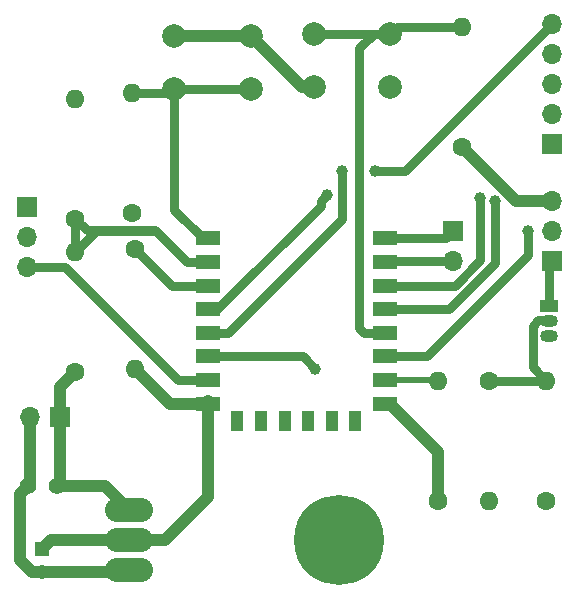
<source format=gbr>
G04 #@! TF.GenerationSoftware,KiCad,Pcbnew,(5.0.1-3-g963ef8bb5)*
G04 #@! TF.CreationDate,2020-03-03T22:19:25-05:00*
G04 #@! TF.ProjectId,NeuMaE,4E65754D61452E6B696361645F706362,rev?*
G04 #@! TF.SameCoordinates,Original*
G04 #@! TF.FileFunction,Copper,L1,Top,Signal*
G04 #@! TF.FilePolarity,Positive*
%FSLAX46Y46*%
G04 Gerber Fmt 4.6, Leading zero omitted, Abs format (unit mm)*
G04 Created by KiCad (PCBNEW (5.0.1-3-g963ef8bb5)) date Tuesday, 03 March 2020 at 22:19:25*
%MOMM*%
%LPD*%
G01*
G04 APERTURE LIST*
G04 #@! TA.AperFunction,ComponentPad*
%ADD10O,4.064000X2.032000*%
G04 #@! TD*
G04 #@! TA.AperFunction,ComponentPad*
%ADD11C,7.620000*%
G04 #@! TD*
G04 #@! TA.AperFunction,ComponentPad*
%ADD12C,2.000000*%
G04 #@! TD*
G04 #@! TA.AperFunction,ComponentPad*
%ADD13C,1.400000*%
G04 #@! TD*
G04 #@! TA.AperFunction,ComponentPad*
%ADD14R,1.200000X1.200000*%
G04 #@! TD*
G04 #@! TA.AperFunction,ComponentPad*
%ADD15C,1.200000*%
G04 #@! TD*
G04 #@! TA.AperFunction,ComponentPad*
%ADD16R,1.700000X1.700000*%
G04 #@! TD*
G04 #@! TA.AperFunction,ComponentPad*
%ADD17O,1.700000X1.700000*%
G04 #@! TD*
G04 #@! TA.AperFunction,ComponentPad*
%ADD18O,1.500000X1.050000*%
G04 #@! TD*
G04 #@! TA.AperFunction,ComponentPad*
%ADD19R,1.500000X1.050000*%
G04 #@! TD*
G04 #@! TA.AperFunction,ComponentPad*
%ADD20C,1.600000*%
G04 #@! TD*
G04 #@! TA.AperFunction,ComponentPad*
%ADD21O,1.600000X1.600000*%
G04 #@! TD*
G04 #@! TA.AperFunction,SMDPad,CuDef*
%ADD22R,1.100000X1.700000*%
G04 #@! TD*
G04 #@! TA.AperFunction,SMDPad,CuDef*
%ADD23R,2.000000X1.200000*%
G04 #@! TD*
G04 #@! TA.AperFunction,ViaPad*
%ADD24C,1.000000*%
G04 #@! TD*
G04 #@! TA.AperFunction,Conductor*
%ADD25C,0.500000*%
G04 #@! TD*
G04 #@! TA.AperFunction,Conductor*
%ADD26C,0.750000*%
G04 #@! TD*
G04 #@! TA.AperFunction,Conductor*
%ADD27C,1.000000*%
G04 #@! TD*
G04 APERTURE END LIST*
D10*
G04 #@! TO.P,U1,1*
G04 #@! TO.N,VCC*
X54102000Y-57150000D03*
G04 #@! TO.P,U1,3*
G04 #@! TO.N,+3V3*
X54102000Y-59690000D03*
G04 #@! TO.P,U1,2*
G04 #@! TO.N,GND*
X54102000Y-62230000D03*
D11*
G04 #@! TO.P,U1,HEAT*
G04 #@! TO.N,Net-(U1-PadHEAT)*
X71882000Y-59690000D03*
G04 #@! TD*
D12*
G04 #@! TO.P,SW1,1*
G04 #@! TO.N,GND*
X69700000Y-21336000D03*
G04 #@! TO.P,SW1,2*
G04 #@! TO.N,Net-(R4-Pad2)*
X69700000Y-16836000D03*
G04 #@! TO.P,SW1,1*
G04 #@! TO.N,GND*
X76200000Y-21336000D03*
G04 #@! TO.P,SW1,2*
G04 #@! TO.N,Net-(R4-Pad2)*
X76200000Y-16836000D03*
G04 #@! TD*
D13*
G04 #@! TO.P,C1,1*
G04 #@! TO.N,VCC*
X48006000Y-55118000D03*
G04 #@! TO.P,C1,2*
G04 #@! TO.N,GND*
X45506000Y-55118000D03*
G04 #@! TD*
D14*
G04 #@! TO.P,C2,1*
G04 #@! TO.N,+3V3*
X46736000Y-60452000D03*
D15*
G04 #@! TO.P,C2,2*
G04 #@! TO.N,GND*
X46736000Y-62452000D03*
G04 #@! TD*
D16*
G04 #@! TO.P,J1,1*
G04 #@! TO.N,Net-(J1-Pad1)*
X89916000Y-36068000D03*
D17*
G04 #@! TO.P,J1,2*
G04 #@! TO.N,Net-(J1-Pad2)*
X89916000Y-33528000D03*
G04 #@! TO.P,J1,3*
G04 #@! TO.N,+3V3*
X89916000Y-30988000D03*
G04 #@! TD*
D16*
G04 #@! TO.P,J2,1*
G04 #@! TO.N,Net-(J2-Pad1)*
X81534000Y-33528000D03*
D17*
G04 #@! TO.P,J2,2*
G04 #@! TO.N,/RXD*
X81534000Y-36068000D03*
G04 #@! TD*
G04 #@! TO.P,J3,3*
G04 #@! TO.N,Net-(J3-Pad3)*
X45466000Y-36576000D03*
G04 #@! TO.P,J3,2*
G04 #@! TO.N,Net-(J3-Pad2)*
X45466000Y-34036000D03*
D16*
G04 #@! TO.P,J3,1*
G04 #@! TO.N,GND*
X45466000Y-31496000D03*
G04 #@! TD*
D17*
G04 #@! TO.P,J4,2*
G04 #@! TO.N,GND*
X45720000Y-49276000D03*
D16*
G04 #@! TO.P,J4,1*
G04 #@! TO.N,VCC*
X48260000Y-49276000D03*
G04 #@! TD*
D18*
G04 #@! TO.P,Q1,2*
G04 #@! TO.N,Net-(Q1-Pad2)*
X89662000Y-41148000D03*
G04 #@! TO.P,Q1,3*
G04 #@! TO.N,GND*
X89662000Y-42418000D03*
D19*
G04 #@! TO.P,Q1,1*
G04 #@! TO.N,Net-(J1-Pad1)*
X89662000Y-39878000D03*
G04 #@! TD*
D20*
G04 #@! TO.P,R1,1*
G04 #@! TO.N,Net-(R1-Pad1)*
X54610000Y-35052000D03*
D21*
G04 #@! TO.P,R1,2*
G04 #@! TO.N,+3V3*
X54610000Y-45212000D03*
G04 #@! TD*
G04 #@! TO.P,R2,2*
G04 #@! TO.N,Net-(Q1-Pad2)*
X89408000Y-46228000D03*
D20*
G04 #@! TO.P,R2,1*
G04 #@! TO.N,/MOTOR*
X89408000Y-56388000D03*
G04 #@! TD*
G04 #@! TO.P,R3,1*
G04 #@! TO.N,Net-(Q1-Pad2)*
X84582000Y-46228000D03*
D21*
G04 #@! TO.P,R3,2*
G04 #@! TO.N,GND*
X84582000Y-56388000D03*
G04 #@! TD*
G04 #@! TO.P,R4,2*
G04 #@! TO.N,Net-(R4-Pad2)*
X82296000Y-16256000D03*
D20*
G04 #@! TO.P,R4,1*
G04 #@! TO.N,+3V3*
X82296000Y-26416000D03*
G04 #@! TD*
G04 #@! TO.P,R5,1*
G04 #@! TO.N,+3V3*
X54356000Y-32004000D03*
D21*
G04 #@! TO.P,R5,2*
G04 #@! TO.N,Net-(R5-Pad2)*
X54356000Y-21844000D03*
G04 #@! TD*
G04 #@! TO.P,R6,2*
G04 #@! TO.N,Net-(R6-Pad2)*
X80264000Y-46228000D03*
D20*
G04 #@! TO.P,R6,1*
G04 #@! TO.N,GND*
X80264000Y-56388000D03*
G04 #@! TD*
D12*
G04 #@! TO.P,SW2,2*
G04 #@! TO.N,Net-(R5-Pad2)*
X57912000Y-21518000D03*
G04 #@! TO.P,SW2,1*
G04 #@! TO.N,GND*
X57912000Y-17018000D03*
G04 #@! TO.P,SW2,2*
G04 #@! TO.N,Net-(R5-Pad2)*
X64412000Y-21518000D03*
G04 #@! TO.P,SW2,1*
G04 #@! TO.N,GND*
X64412000Y-17018000D03*
G04 #@! TD*
D22*
G04 #@! TO.P,U2,14*
G04 #@! TO.N,Net-(U2-Pad14)*
X73237501Y-49675001D03*
G04 #@! TO.P,U2,13*
G04 #@! TO.N,Net-(U2-Pad13)*
X71237501Y-49675001D03*
G04 #@! TO.P,U2,12*
G04 #@! TO.N,Net-(U2-Pad12)*
X69237501Y-49675001D03*
G04 #@! TO.P,U2,11*
G04 #@! TO.N,Net-(U2-Pad11)*
X67237501Y-49675001D03*
G04 #@! TO.P,U2,10*
G04 #@! TO.N,Net-(U2-Pad10)*
X65237501Y-49675001D03*
G04 #@! TO.P,U2,9*
G04 #@! TO.N,Net-(U2-Pad9)*
X63237501Y-49675001D03*
D23*
G04 #@! TO.P,U2,22*
G04 #@! TO.N,Net-(J2-Pad1)*
X75737501Y-34175001D03*
G04 #@! TO.P,U2,21*
G04 #@! TO.N,/RXD*
X75737501Y-36175001D03*
G04 #@! TO.P,U2,20*
G04 #@! TO.N,Net-(J5-Pad3)*
X75737501Y-38175001D03*
G04 #@! TO.P,U2,19*
G04 #@! TO.N,Net-(J5-Pad2)*
X75737501Y-40175001D03*
G04 #@! TO.P,U2,18*
G04 #@! TO.N,Net-(R4-Pad2)*
X75737501Y-42175001D03*
G04 #@! TO.P,U2,17*
G04 #@! TO.N,Net-(J5-Pad1)*
X75737501Y-44175001D03*
G04 #@! TO.P,U2,16*
G04 #@! TO.N,Net-(R6-Pad2)*
X75737501Y-46175001D03*
G04 #@! TO.P,U2,15*
G04 #@! TO.N,GND*
X75737501Y-48175001D03*
G04 #@! TO.P,U2,8*
G04 #@! TO.N,+3V3*
X60737501Y-48175001D03*
G04 #@! TO.P,U2,7*
G04 #@! TO.N,Net-(J3-Pad3)*
X60737501Y-46175001D03*
G04 #@! TO.P,U2,6*
G04 #@! TO.N,/MOTOR*
X60737501Y-44175001D03*
G04 #@! TO.P,U2,5*
G04 #@! TO.N,/PIN5*
X60737501Y-42175001D03*
G04 #@! TO.P,U2,4*
G04 #@! TO.N,/PIN4*
X60737501Y-40175001D03*
G04 #@! TO.P,U2,3*
G04 #@! TO.N,Net-(R1-Pad1)*
X60737501Y-38175001D03*
G04 #@! TO.P,U2,2*
G04 #@! TO.N,/ADC*
X60737501Y-36175001D03*
G04 #@! TO.P,U2,1*
G04 #@! TO.N,Net-(R5-Pad2)*
X60737501Y-34175001D03*
G04 #@! TD*
D20*
G04 #@! TO.P,R7,1*
G04 #@! TO.N,VCC*
X49530000Y-45466000D03*
D21*
G04 #@! TO.P,R7,2*
G04 #@! TO.N,/ADC*
X49530000Y-35306000D03*
G04 #@! TD*
G04 #@! TO.P,R8,2*
G04 #@! TO.N,GND*
X49530000Y-22352000D03*
D20*
G04 #@! TO.P,R8,1*
G04 #@! TO.N,/ADC*
X49530000Y-32512000D03*
G04 #@! TD*
D16*
G04 #@! TO.P,J5,1*
G04 #@! TO.N,Net-(J5-Pad1)*
X89916000Y-26162000D03*
D17*
G04 #@! TO.P,J5,2*
G04 #@! TO.N,Net-(J5-Pad2)*
X89916000Y-23622000D03*
G04 #@! TO.P,J5,3*
G04 #@! TO.N,Net-(J5-Pad3)*
X89916000Y-21082000D03*
G04 #@! TO.P,J5,4*
G04 #@! TO.N,/PIN4*
X89916000Y-18542000D03*
G04 #@! TO.P,J5,5*
G04 #@! TO.N,/PIN5*
X89916000Y-16002000D03*
G04 #@! TD*
D24*
G04 #@! TO.N,/MOTOR*
X69850000Y-45212000D03*
G04 #@! TO.N,Net-(J5-Pad1)*
X87884000Y-33528000D03*
G04 #@! TO.N,Net-(J5-Pad2)*
X85083092Y-31041570D03*
G04 #@! TO.N,Net-(J5-Pad3)*
X83820000Y-30734000D03*
G04 #@! TO.N,/PIN4*
X70832502Y-30480000D03*
X70832502Y-30480000D03*
G04 #@! TO.N,/PIN5*
X72136000Y-28448000D03*
X74930000Y-28448000D03*
G04 #@! TD*
D25*
G04 #@! TO.N,Net-(Q1-Pad2)*
X89995872Y-41148000D02*
X89662000Y-41148000D01*
D26*
X89408000Y-46228000D02*
X88236990Y-45056990D01*
X84582000Y-46228000D02*
X89408000Y-46228000D01*
X88236990Y-41557010D02*
X88715999Y-41078001D01*
X88236990Y-45056990D02*
X88236990Y-41557010D01*
X89592001Y-41078001D02*
X89662000Y-41148000D01*
X88715999Y-41078001D02*
X89592001Y-41078001D01*
D25*
G04 #@! TO.N,GND*
X45506000Y-49490000D02*
X45720000Y-49276000D01*
D27*
X45720000Y-54904000D02*
X45506000Y-55118000D01*
X45720000Y-49276000D02*
X45720000Y-54904000D01*
X53880000Y-62452000D02*
X54102000Y-62230000D01*
X46736000Y-62452000D02*
X53880000Y-62452000D01*
X76137501Y-48175001D02*
X75737501Y-48175001D01*
X80264000Y-52301500D02*
X76137501Y-48175001D01*
X80264000Y-56388000D02*
X80264000Y-52301500D01*
X68730000Y-21336000D02*
X64412000Y-17018000D01*
X69700000Y-21336000D02*
X68730000Y-21336000D01*
X64412000Y-17018000D02*
X57912000Y-17018000D01*
X44806001Y-55817999D02*
X45506000Y-55118000D01*
X44806001Y-61370529D02*
X44806001Y-55817999D01*
X45887472Y-62452000D02*
X44806001Y-61370529D01*
X46736000Y-62452000D02*
X45887472Y-62452000D01*
D25*
G04 #@! TO.N,Net-(J1-Pad1)*
X89662000Y-35814000D02*
X89916000Y-35560000D01*
X89662000Y-39878000D02*
X89662000Y-35814000D01*
D26*
X89662000Y-36322000D02*
X89916000Y-36068000D01*
X89662000Y-39878000D02*
X89662000Y-36322000D01*
D27*
G04 #@! TO.N,VCC*
X48260000Y-54864000D02*
X48006000Y-55118000D01*
X48260000Y-49276000D02*
X48260000Y-54864000D01*
X52070000Y-55118000D02*
X54102000Y-57150000D01*
X48006000Y-55118000D02*
X52070000Y-55118000D01*
X48260000Y-46736000D02*
X49530000Y-45466000D01*
X48260000Y-49276000D02*
X48260000Y-46736000D01*
G04 #@! TO.N,+3V3*
X54102000Y-59690000D02*
X55118000Y-59690000D01*
X60737501Y-54070499D02*
X60737501Y-48768000D01*
D25*
X60737501Y-48768000D02*
X60737501Y-48175001D01*
D27*
X57573001Y-48175001D02*
X54610000Y-45212000D01*
X60737501Y-48175001D02*
X57573001Y-48175001D01*
X86868000Y-30988000D02*
X82296000Y-26416000D01*
X89916000Y-30988000D02*
X86868000Y-30988000D01*
X60737501Y-54098724D02*
X60737501Y-49775001D01*
X60737501Y-49775001D02*
X60737501Y-48175001D01*
X54102000Y-59690000D02*
X55146225Y-59690000D01*
X60737501Y-56086499D02*
X60737501Y-47974499D01*
X57134000Y-59690000D02*
X60737501Y-56086499D01*
X54102000Y-59690000D02*
X57134000Y-59690000D01*
X47498000Y-59690000D02*
X46736000Y-60452000D01*
X54102000Y-59690000D02*
X47498000Y-59690000D01*
D26*
G04 #@! TO.N,Net-(J2-Pad1)*
X80886999Y-34175001D02*
X81534000Y-33528000D01*
X75737501Y-34175001D02*
X80886999Y-34175001D01*
G04 #@! TO.N,/RXD*
X75844502Y-36068000D02*
X75737501Y-36175001D01*
X81534000Y-36068000D02*
X75844502Y-36068000D01*
G04 #@! TO.N,Net-(J3-Pad3)*
X48616998Y-36576000D02*
X46668081Y-36576000D01*
X58215999Y-46175001D02*
X48616998Y-36576000D01*
X46668081Y-36576000D02*
X45466000Y-36576000D01*
X60737501Y-46175001D02*
X58215999Y-46175001D01*
G04 #@! TO.N,Net-(R1-Pad1)*
X57733001Y-38175001D02*
X60737501Y-38175001D01*
X54610000Y-35052000D02*
X57733001Y-38175001D01*
G04 #@! TO.N,/MOTOR*
X68813001Y-44175001D02*
X69850000Y-45212000D01*
X60737501Y-44175001D02*
X68813001Y-44175001D01*
D25*
G04 #@! TO.N,Net-(R4-Pad2)*
X75737501Y-42175001D02*
X75337501Y-42175001D01*
D26*
X69700000Y-16836000D02*
X76200000Y-16836000D01*
X76780000Y-16256000D02*
X76200000Y-16836000D01*
X82296000Y-16256000D02*
X76780000Y-16256000D01*
X74785787Y-16836000D02*
X73548500Y-18073287D01*
X76200000Y-16836000D02*
X74785787Y-16836000D01*
X73548500Y-41736000D02*
X73548500Y-39878000D01*
X75737501Y-42175001D02*
X73987501Y-42175001D01*
X73548500Y-39878000D02*
X73548500Y-40386000D01*
X73987501Y-42175001D02*
X73548500Y-41736000D01*
X73548500Y-18073287D02*
X73548500Y-39878000D01*
G04 #@! TO.N,Net-(R5-Pad2)*
X57586000Y-21844000D02*
X57912000Y-21518000D01*
X54356000Y-21844000D02*
X57586000Y-21844000D01*
X60337501Y-34175001D02*
X60737501Y-34175001D01*
X57912000Y-31749500D02*
X60337501Y-34175001D01*
X57912000Y-21518000D02*
X57912000Y-31749500D01*
X57912000Y-21518000D02*
X64412000Y-21518000D01*
D25*
G04 #@! TO.N,Net-(R6-Pad2)*
X80211001Y-46175001D02*
X80264000Y-46228000D01*
X75737501Y-46175001D02*
X80211001Y-46175001D01*
G04 #@! TO.N,/ADC*
X60337501Y-36175001D02*
X60737501Y-36175001D01*
X49530000Y-35306000D02*
X51034001Y-33801999D01*
D26*
X49530000Y-32512000D02*
X49530000Y-35306000D01*
X56389499Y-33576999D02*
X58987501Y-36175001D01*
X51259001Y-33576999D02*
X56389499Y-33576999D01*
X49530000Y-35306000D02*
X51259001Y-33576999D01*
X50329999Y-33311999D02*
X49530000Y-32512000D01*
X50497001Y-33479001D02*
X50329999Y-33311999D01*
X58987501Y-36175001D02*
X56291501Y-33479001D01*
X56291501Y-33479001D02*
X50497001Y-33479001D01*
X60737501Y-36175001D02*
X58987501Y-36175001D01*
D25*
G04 #@! TO.N,Net-(J5-Pad1)*
X75737501Y-44175001D02*
X78962925Y-44175001D01*
D26*
X87884000Y-35572124D02*
X87884000Y-33528000D01*
X79281123Y-44175001D02*
X87884000Y-35572124D01*
X75737501Y-44175001D02*
X79281123Y-44175001D01*
G04 #@! TO.N,Net-(J5-Pad2)*
X81168939Y-40175001D02*
X85083092Y-36260848D01*
X85083092Y-36260848D02*
X85083092Y-31041570D01*
X75737501Y-40175001D02*
X81168939Y-40175001D01*
G04 #@! TO.N,Net-(J5-Pad3)*
X81684001Y-38175001D02*
X83820000Y-36039002D01*
X83820000Y-36039002D02*
X83820000Y-30734000D01*
X75737501Y-38175001D02*
X81684001Y-38175001D01*
G04 #@! TO.N,/PIN4*
X70332503Y-31395001D02*
X70332503Y-30979999D01*
X70332503Y-30979999D02*
X70832502Y-30480000D01*
X61552503Y-40175001D02*
X70332503Y-31395001D01*
X60737501Y-40175001D02*
X61552503Y-40175001D01*
G04 #@! TO.N,/PIN5*
X77470000Y-28448000D02*
X89916000Y-16002000D01*
X74930000Y-28448000D02*
X77470000Y-28448000D01*
X62487501Y-42175001D02*
X60737501Y-42175001D01*
X72136000Y-32526502D02*
X62487501Y-42175001D01*
X72136000Y-28448000D02*
X72136000Y-32526502D01*
G04 #@! TD*
M02*

</source>
